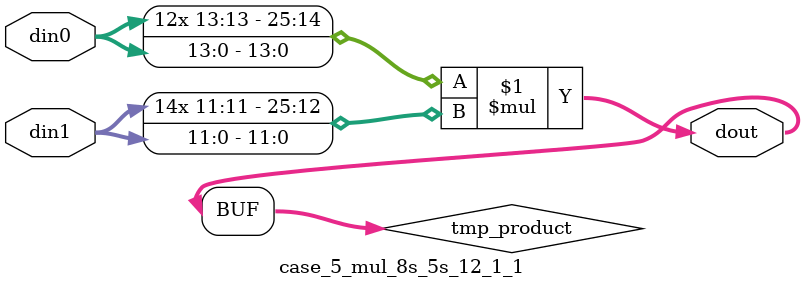
<source format=v>

`timescale 1 ns / 1 ps

 module case_5_mul_8s_5s_12_1_1(din0, din1, dout);
parameter ID = 1;
parameter NUM_STAGE = 0;
parameter din0_WIDTH = 14;
parameter din1_WIDTH = 12;
parameter dout_WIDTH = 26;

input [din0_WIDTH - 1 : 0] din0; 
input [din1_WIDTH - 1 : 0] din1; 
output [dout_WIDTH - 1 : 0] dout;

wire signed [dout_WIDTH - 1 : 0] tmp_product;



























assign tmp_product = $signed(din0) * $signed(din1);








assign dout = tmp_product;





















endmodule

</source>
